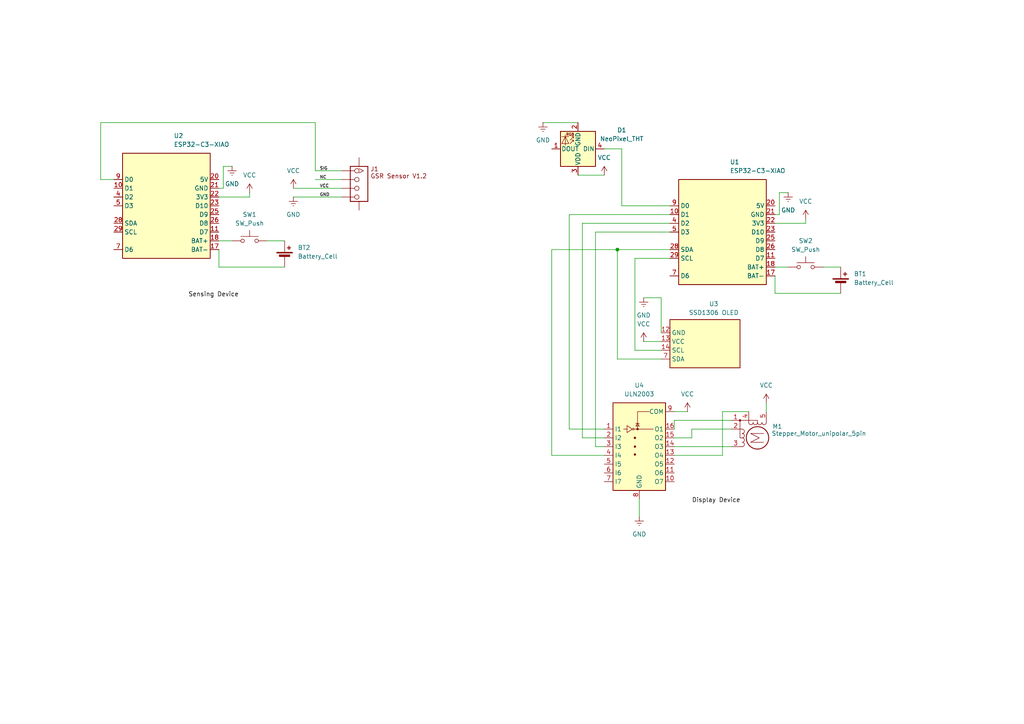
<source format=kicad_sch>
(kicad_sch (version 20250114) (generator "eeschema") (generator_version "9.0")
  (paper "A4")
  (lib_symbols
    (symbol "ADXL343_1"
      (property "Reference" "U3" (at 15.24 6.4202 0))
      (property "Value" "SSD1306 OLED" (at 15.24 3.8802 0))
      (symbol "ADXL343_1_0_1"
        (rectangle (start -10.16 6.35) (end 10.16 -7.62) (stroke (width 0.254)) (fill (type background)))
      )
      (symbol "ADXL343_1_1_1"
        (pin bidirectional line (at -12.7 2.54 0) (length 2.54) (name "GND") (number "12"))
        (pin bidirectional line (at -12.7 0 0) (length 2.54) (name "VCC") (number "13"))
        (pin input line (at -12.7 -2.54 0) (length 2.54) (name "SCL") (number "14"))
        (pin input line (at -12.7 -5.08 0) (length 2.54) (name "SDA") (number "7"))
        (pin no_connect line (at -5.08 -10.16 90) (length 2.54) (hide yes) (name "NC") (number "10"))
        (pin passive line (at 0 -10.16 90) (length 2.54) (hide yes) (name "GND") (number "4"))
        (pin passive line (at 0 -10.16 90) (length 2.54) (hide yes) (name "GND") (number "5"))
      )
    )
    (symbol "Device:Battery_Cell" (pin_numbers (hide yes)) (pin_names (offset 0) (hide yes))
      (property "Reference" "BT" (at 2.54 2.54 0))
      (property "Value" "Battery_Cell" (at 2.54 0 0))
      (symbol "Battery_Cell_0_1"
        (rectangle (start -2.286 1.778) (end 2.286 1.524) (fill (type outline)))
        (rectangle (start -1.524 1.016) (end 1.524 0.508) (fill (type outline)))
        (polyline (pts (xy 0 1.778) (xy 0 2.54)))
        (polyline (pts (xy 0 0.762) (xy 0 0)))
        (polyline (pts (xy 0.762 3.048) (xy 1.778 3.048)) (stroke (width 0.254)))
        (polyline (pts (xy 1.27 3.556) (xy 1.27 2.54)) (stroke (width 0.254)))
      )
      (symbol "Battery_Cell_1_1"
        (pin passive line (at 0 5.08 270) (length 2.54) (name "+") (number "1"))
        (pin passive line (at 0 -2.54 90) (length 2.54) (name "-") (number "2"))
      )
    )
    (symbol "Grove - GSR v1.2-eagle-import:TWIG-4P-2.0-SMD-FEMALE-REINFORCE'DD'"
      (symbol "TWIG-4P-2.0-SMD-FEMALE-REINFORCE'DD'_1_0"
        (polyline (pts (xy -2.54 5.08) (xy 2.54 5.08)) (stroke (width 0.254)))
        (polyline (pts (xy -2.54 -5.08) (xy -2.54 5.08)) (stroke (width 0.254)))
        (polyline (pts (xy 2.54 5.08) (xy 2.54 -5.08)) (stroke (width 0.254)))
        (polyline (pts (xy 2.54 -5.08) (xy -2.54 -5.08)) (stroke (width 0.254)))
        (pin bidirectional inverted_clock (at -5.08 3.81 0) (length 5.08) (name "1") (number "1"))
        (pin bidirectional inverted (at -5.08 1.27 0) (length 5.08) (name "2") (number "2"))
        (pin bidirectional inverted (at -5.08 -1.27 0) (length 5.08) (name "3") (number "3"))
        (pin bidirectional inverted (at -5.08 -3.81 0) (length 5.08) (name "4") (number "4"))
        (pin bidirectional line (at 0 7.62 270) (length 2.54) (name "SS1") (number "SS1"))
        (pin bidirectional line (at 0 -7.62 90) (length 2.54) (name "SS2") (number "SS2"))
      )
      (symbol "TWIG-4P-2.0-SMD-FEMALE-REINFORCE'DD'_1_1"
        (text "J1\nGSR Sensor V1.2" (at 3.302 3.302 0) (effects (font (size 1.27 1.27)) (justify left)))
      )
    )
    (symbol "LED:NeoPixel_THT" (pin_names (offset 0.254))
      (property "Reference" "D" (at 5.08 5.715 0))
      (property "Value" "NeoPixel_THT" (at 1.27 -5.715 0))
      (symbol "NeoPixel_THT_0_0"
        (text "RGB" (at 2.286 -4.191 0) (effects (font (size 0.762 0.762))))
      )
      (symbol "NeoPixel_THT_0_1"
        (polyline (pts (xy 1.27 -2.54) (xy 1.778 -2.54)))
        (polyline (pts (xy 1.27 -3.556) (xy 1.778 -3.556)))
        (polyline (pts (xy 2.286 -1.524) (xy 1.27 -2.54) (xy 1.27 -2.032)))
        (polyline (pts (xy 2.286 -2.54) (xy 1.27 -3.556) (xy 1.27 -3.048)))
        (polyline (pts (xy 3.683 -1.016) (xy 3.683 -3.556) (xy 3.683 -4.064)))
        (polyline (pts (xy 4.699 -1.524) (xy 2.667 -1.524) (xy 3.683 -3.556) (xy 4.699 -1.524)))
        (polyline (pts (xy 4.699 -3.556) (xy 2.667 -3.556)))
        (rectangle (start 5.08 5.08) (end -5.08 -5.08) (stroke (width 0.254)) (fill (type background)))
      )
      (symbol "NeoPixel_THT_1_1"
        (pin input line (at -7.62 0 0) (length 2.54) (name "DIN") (number "4"))
        (pin power_in line (at 0 7.62 270) (length 2.54) (name "VDD") (number "3"))
        (pin power_in line (at 0 -7.62 90) (length 2.54) (name "GND") (number "2"))
        (pin output line (at 7.62 0 180) (length 2.54) (name "DOUT") (number "1"))
      )
    )
    (symbol "Motor:Stepper_Motor_unipolar_5pin" (pin_names (offset 0) (hide yes))
      (property "Reference" "M1" (at 6.858 7.112 0))
      (property "Value" "Stepper_Motor_unipolar_5pin" (at 6.604 5.08 0))
      (symbol "Stepper_Motor_unipolar_5pin_0_0"
        (polyline (pts (xy 4.318 5.08) (xy 0.508 5.08) (xy 3.048 3.81) (xy 0.508 2.54) (xy 4.318 2.54)))
      )
      (symbol "Stepper_Motor_unipolar_5pin_0_1"
        (circle (center -2.54 8.89) (radius 0.0001) (fill (type outline)))
        (circle (center -2.54 8.89) (radius 0.254) (fill (type outline)))
        (polyline (pts (xy -2.54 8.89) (xy 2.54 8.89) (xy 2.54 8.255)))
        (arc (start -1.905 6.35) (mid -1.2727 5.715) (end -1.905 5.08))
        (arc (start -1.905 5.08) (mid -1.2727 4.445) (end -1.905 3.81))
        (arc (start -1.905 3.81) (mid -1.2727 3.175) (end -1.905 2.54))
        (arc (start -1.905 2.54) (mid -1.2727 1.905) (end -1.905 1.27))
        (polyline (pts (xy -1.905 6.35) (xy -2.54 6.35)))
        (polyline (pts (xy -1.905 3.81) (xy -2.54 3.81) (xy -2.54 8.89)))
        (polyline (pts (xy -1.905 1.27) (xy -2.54 1.27)))
        (polyline (pts (xy 0 8.89) (xy 0 8.255)))
        (arc (start 1.27 8.255) (mid 0.635 7.6227) (end 0 8.255))
        (arc (start 2.54 8.255) (mid 1.905 7.6227) (end 1.27 8.255))
        (circle (center 2.54 3.81) (radius 3.2512) (stroke (width 0.254)))
        (arc (start 3.81 8.255) (mid 3.175 7.6227) (end 2.54 8.255))
        (arc (start 5.08 8.255) (mid 4.445 7.6227) (end 3.81 8.255))
        (polyline (pts (xy 5.08 8.89) (xy 5.08 8.255)))
      )
      (symbol "Stepper_Motor_unipolar_5pin_1_1"
        (pin passive line (at -5.08 8.89 0) (length 2.54) (name "~") (number "1"))
        (pin passive line (at -5.08 6.35 0) (length 2.54) (name "~") (number "2"))
        (pin passive line (at -5.08 1.27 0) (length 2.54) (name "-") (number "3"))
        (pin passive line (at 0 11.43 270) (length 2.54) (name "~") (number "4"))
        (pin passive line (at 5.08 11.43 270) (length 2.54) (name "~") (number "5"))
      )
    )
    (symbol "RF_Module:ESP32-C3-DevKitM-1"
      (property "Reference" "U1" (at 2.1433 20.32 0))
      (property "Value" "ESP32-C3-XIAO" (at 2.1433 17.78 0))
      (symbol "ESP32-C3-DevKitM-1_1_1"
        (rectangle (start -12.7 15.24) (end 12.7 -15.24) (stroke (width 0.254)) (fill (type background)))
        (pin bidirectional line (at -15.24 7.62 0) (length 2.54) (name "D0") (number "9"))
        (pin bidirectional line (at -15.24 5.08 0) (length 2.54) (name "D1") (number "10"))
        (pin bidirectional line (at -15.24 2.54 0) (length 2.54) (name "D2") (number "4"))
        (pin bidirectional line (at -15.24 0 0) (length 2.54) (name "D3") (number "5"))
        (pin bidirectional line (at -15.24 -5.08 0) (length 2.54) (name "SDA") (number "28"))
        (pin bidirectional line (at -15.24 -7.62 0) (length 2.54) (name "SCL") (number "29"))
        (pin input line (at -15.24 -12.7 0) (length 2.54) (name "D6") (number "7"))
        (pin passive line (at 0 17.78 270) (length 2.54) (hide yes) (name "5V") (number "14"))
        (pin passive line (at 0 -17.78 90) (length 2.54) (hide yes) (name "GND") (number "12"))
        (pin passive line (at 0 -17.78 90) (length 2.54) (hide yes) (name "GND") (number "15"))
        (pin passive line (at 0 -17.78 90) (length 2.54) (hide yes) (name "GND") (number "16"))
        (pin passive line (at 0 -17.78 90) (length 2.54) (hide yes) (name "GND") (number "19"))
        (pin passive line (at 0 -17.78 90) (length 2.54) (hide yes) (name "GND") (number "24"))
        (pin passive line (at 0 -17.78 90) (length 2.54) (hide yes) (name "GND") (number "27"))
        (pin passive line (at 0 -17.78 90) (length 2.54) (hide yes) (name "GND") (number "30"))
        (pin passive line (at 0 -17.78 90) (length 2.54) (hide yes) (name "GND") (number "6"))
        (pin passive line (at 0 -17.78 90) (length 2.54) (hide yes) (name "GND") (number "8"))
        (pin passive line (at 15.24 12.7 180) (length 2.54) (hide yes) (name "3V3") (number "3"))
        (pin bidirectional line (at 15.24 7.62 180) (length 2.54) (name "5V") (number "20"))
        (pin bidirectional line (at 15.24 5.08 180) (length 2.54) (name "GND") (number "21"))
        (pin bidirectional line (at 15.24 2.54 180) (length 2.54) (name "3V3") (number "22"))
        (pin bidirectional line (at 15.24 0 180) (length 2.54) (name "D10") (number "23"))
        (pin bidirectional line (at 15.24 -2.54 180) (length 2.54) (name "D9") (number "25"))
        (pin bidirectional line (at 15.24 -5.08 180) (length 2.54) (name "D8") (number "26"))
        (pin bidirectional line (at 15.24 -7.62 180) (length 2.54) (name "D7") (number "11"))
        (pin bidirectional line (at 15.24 -10.16 180) (length 2.54) (name "BAT+") (number "18"))
        (pin bidirectional line (at 15.24 -12.7 180) (length 2.54) (name "BAT-") (number "17"))
      )
    )
    (symbol "Switch:SW_Push" (pin_numbers (hide yes)) (pin_names (offset 1.016) (hide yes))
      (property "Reference" "SW" (at 1.27 2.54 0))
      (property "Value" "SW_Push" (at 0 -1.524 0))
      (symbol "SW_Push_0_1"
        (circle (center -2.032 0) (radius 0.508))
        (polyline (pts (xy 0 1.27) (xy 0 3.048)))
        (circle (center 2.032 0) (radius 0.508))
        (polyline (pts (xy 2.54 1.27) (xy -2.54 1.27)))
        (pin passive line (at -5.08 0 0) (length 2.54) (name "1") (number "1"))
        (pin passive line (at 5.08 0 180) (length 2.54) (name "2") (number "2"))
      )
    )
    (symbol "Transistor_Array:ULN2003"
      (property "Reference" "U" (at 0 15.875 0))
      (property "Value" "ULN2003" (at 0 13.97 0))
      (symbol "ULN2003_0_1"
        (rectangle (start -7.62 -12.7) (end 7.62 12.7) (stroke (width 0.254)) (fill (type background)))
        (polyline (pts (xy -4.572 5.08) (xy -3.556 5.08)))
        (polyline (pts (xy -3.556 6.096) (xy -3.556 4.064) (xy -2.032 5.08) (xy -3.556 6.096)))
        (circle (center -1.778 5.08) (radius 0.254))
        (polyline (pts (xy -1.524 5.08) (xy 4.064 5.08)))
        (circle (center -1.27 2.54) (radius 0.254) (fill (type outline)))
        (circle (center -1.27 0) (radius 0.254) (fill (type outline)))
        (circle (center -1.27 -2.286) (radius 0.254) (fill (type outline)))
        (circle (center -0.508 5.08) (radius 0.254) (fill (type outline)))
        (polyline (pts (xy -0.508 5.08) (xy -0.508 10.16) (xy 2.921 10.16)))
        (polyline (pts (xy 0 6.731) (xy -1.016 6.731)))
        (polyline (pts (xy 0 5.969) (xy -1.016 5.969) (xy -0.508 6.731) (xy 0 5.969)))
      )
      (symbol "ULN2003_1_1"
        (pin input line (at -10.16 5.08 0) (length 2.54) (name "I1") (number "1"))
        (pin input line (at -10.16 2.54 0) (length 2.54) (name "I2") (number "2"))
        (pin input line (at -10.16 0 0) (length 2.54) (name "I3") (number "3"))
        (pin input line (at -10.16 -2.54 0) (length 2.54) (name "I4") (number "4"))
        (pin input line (at -10.16 -5.08 0) (length 2.54) (name "I5") (number "5"))
        (pin input line (at -10.16 -7.62 0) (length 2.54) (name "I6") (number "6"))
        (pin input line (at -10.16 -10.16 0) (length 2.54) (name "I7") (number "7"))
        (pin power_in line (at 0 -15.24 90) (length 2.54) (name "GND") (number "8"))
        (pin passive line (at 10.16 10.16 180) (length 2.54) (name "COM") (number "9"))
        (pin open_collector line (at 10.16 5.08 180) (length 2.54) (name "O1") (number "16"))
        (pin open_collector line (at 10.16 2.54 180) (length 2.54) (name "O2") (number "15"))
        (pin open_collector line (at 10.16 0 180) (length 2.54) (name "O3") (number "14"))
        (pin open_collector line (at 10.16 -2.54 180) (length 2.54) (name "O4") (number "13"))
        (pin open_collector line (at 10.16 -5.08 180) (length 2.54) (name "O5") (number "12"))
        (pin open_collector line (at 10.16 -7.62 180) (length 2.54) (name "O6") (number "11"))
        (pin open_collector line (at 10.16 -10.16 180) (length 2.54) (name "O7") (number "10"))
      )
    )
    (symbol "power:GNDREF" (power) (pin_numbers (hide yes)) (pin_names (offset 0) (hide yes))
      (property "Value" "GNDREF" (at 0 -3.81 0))
      (symbol "GNDREF_0_1"
        (polyline (pts (xy -0.635 -1.905) (xy 0.635 -1.905)))
        (polyline (pts (xy -0.127 -2.54) (xy 0.127 -2.54)))
        (polyline (pts (xy 0 -1.27) (xy 0 0)))
        (polyline (pts (xy 1.27 -1.27) (xy -1.27 -1.27)))
      )
      (symbol "GNDREF_1_1"
        (pin power_in line (at 0 0 270) (length 0) (name "~") (number "1"))
      )
    )
    (symbol "power:VCC" (power) (pin_numbers (hide yes)) (pin_names (offset 0) (hide yes))
      (property "Value" "VCC" (at 0 3.556 0))
      (symbol "VCC_0_1"
        (polyline (pts (xy -0.762 1.27) (xy 0 2.54)))
        (polyline (pts (xy 0 2.54) (xy 0.762 1.27)))
        (polyline (pts (xy 0 0) (xy 0 2.54)))
      )
      (symbol "VCC_1_1"
        (pin power_in line (at 0 0 90) (length 0) (name "~") (number "1"))
      )
    )
  )
  (junction (at 179.07 72.39))
  (wire (pts (xy 157.48 35.56) (xy 167.64 35.56)))
  (wire (pts (xy 185.42 144.78) (xy 185.42 149.86)))
  (wire (pts (xy 91.44 49.53) (xy 92.71 49.53)))
  (wire (pts (xy 224.79 77.47) (xy 228.6 77.47)))
  (wire (pts (xy 63.5 77.47) (xy 63.5 72.39)))
  (wire (pts (xy 186.69 86.36) (xy 191.77 86.36)))
  (wire (pts (xy 167.64 50.8) (xy 175.26 50.8)))
  (wire (pts (xy 200.66 127) (xy 195.58 127)))
  (wire (pts (xy 64.77 48.26) (xy 67.31 48.26)))
  (wire (pts (xy 179.07 72.39) (xy 179.07 104.14)))
  (wire (pts (xy 238.76 77.47) (xy 243.84 77.47)))
  (wire (pts (xy 180.34 43.18) (xy 180.34 59.69)))
  (wire (pts (xy 180.34 59.69) (xy 194.31 59.69)))
  (wire (pts (xy 175.26 43.18) (xy 180.34 43.18)))
  (wire (pts (xy 224.79 85.09) (xy 224.79 80.01)))
  (wire (pts (xy 160.02 72.39) (xy 160.02 132.08)))
  (wire (pts (xy 226.06 55.88) (xy 228.6 55.88)))
  (wire (pts (xy 209.55 132.08) (xy 209.55 119.38)))
  (wire (pts (xy 191.77 86.36) (xy 191.77 96.52)))
  (wire (pts (xy 82.55 77.47) (xy 63.5 77.47)))
  (wire (pts (xy 222.25 116.84) (xy 222.25 119.38)))
  (wire (pts (xy 172.72 129.54) (xy 172.72 67.31)))
  (wire (pts (xy 160.02 132.08) (xy 175.26 132.08)))
  (wire (pts (xy 224.79 64.77) (xy 233.68 64.77)))
  (wire (pts (xy 194.31 72.39) (xy 179.07 72.39)))
  (wire (pts (xy 165.1 62.23) (xy 165.1 124.46)))
  (wire (pts (xy 85.09 54.61) (xy 99.06 54.61)) (stroke (width 0.1524)))
  (wire (pts (xy 91.44 35.56) (xy 91.44 49.53)))
  (wire (pts (xy 63.5 57.15) (xy 72.39 57.15)))
  (wire (pts (xy 179.07 104.14) (xy 191.77 104.14)))
  (wire (pts (xy 29.21 35.56) (xy 29.21 52.07)))
  (wire (pts (xy 99.06 52.07) (xy 91.44 52.07)) (stroke (width 0.1524)))
  (wire (pts (xy 195.58 121.92) (xy 195.58 124.46)))
  (wire (pts (xy 184.15 74.93) (xy 194.31 74.93)))
  (wire (pts (xy 195.58 132.08) (xy 209.55 132.08)))
  (wire (pts (xy 233.68 64.77) (xy 233.68 63.5)))
  (wire (pts (xy 184.15 74.93) (xy 184.15 101.6)))
  (wire (pts (xy 195.58 119.38) (xy 199.39 119.38)))
  (wire (pts (xy 194.31 64.77) (xy 168.91 64.77)))
  (wire (pts (xy 179.07 72.39) (xy 160.02 72.39)))
  (wire (pts (xy 168.91 127) (xy 175.26 127)))
  (wire (pts (xy 194.31 62.23) (xy 165.1 62.23)))
  (wire (pts (xy 64.77 54.61) (xy 64.77 48.26)))
  (wire (pts (xy 29.21 35.56) (xy 91.44 35.56)))
  (wire (pts (xy 200.66 124.46) (xy 200.66 127)))
  (wire (pts (xy 63.5 54.61) (xy 64.77 54.61)))
  (wire (pts (xy 172.72 67.31) (xy 194.31 67.31)))
  (wire (pts (xy 212.09 124.46) (xy 200.66 124.46)))
  (wire (pts (xy 85.09 57.15) (xy 99.06 57.15)) (stroke (width 0.1524)))
  (wire (pts (xy 77.47 69.85) (xy 82.55 69.85)))
  (wire (pts (xy 209.55 119.38) (xy 217.17 119.38)))
  (wire (pts (xy 243.84 85.09) (xy 224.79 85.09)))
  (wire (pts (xy 168.91 64.77) (xy 168.91 127)))
  (wire (pts (xy 224.79 62.23) (xy 226.06 62.23)))
  (wire (pts (xy 165.1 124.46) (xy 175.26 124.46)))
  (wire (pts (xy 226.06 62.23) (xy 226.06 55.88)))
  (wire (pts (xy 184.15 101.6) (xy 191.77 101.6)))
  (wire (pts (xy 212.09 121.92) (xy 195.58 121.92)))
  (wire (pts (xy 63.5 69.85) (xy 67.31 69.85)))
  (wire (pts (xy 186.69 99.06) (xy 191.77 99.06)))
  (wire (pts (xy 92.71 49.53) (xy 99.06 49.53)) (stroke (width 0.1524)))
  (wire (pts (xy 175.26 129.54) (xy 172.72 129.54)))
  (wire (pts (xy 29.21 52.07) (xy 33.02 52.07)))
  (wire (pts (xy 72.39 57.15) (xy 72.39 55.88)))
  (wire (pts (xy 195.58 129.54) (xy 212.09 129.54)))
  (label "Sensing Device" (at 54.61 86.36 0))
  (label "Display Device" (at 200.66 146.05 0))
  (label "NC" (at 92.71 52.07 0) (effects (font (size 0.889 0.889))))
  (label "VCC" (at 92.71 54.61 0) (effects (font (size 0.889 0.889))))
  (label "SIG" (at 92.71 49.53 0) (effects (font (size 0.889 0.889))))
  (label "GND" (at 92.71 57.15 0) (effects (font (size 0.889 0.889))))
  (symbol (lib_id "Motor:Stepper_Motor_unipolar_5pin") (at 217.17 130.81 0) (unit 1)
    (property "Reference" "M1" (at 224.028 123.698 0) (effects (justify left)))
    (property "Value" "Stepper_Motor_unipolar_5pin" (at 223.774 125.73 0) (effects (justify left)))
    (property "Datasheet" "http://www.infineon.com/dgdl/Application-Note-TLE8110EE_driving_UniPolarStepperMotor_V1.1.pdf?fileId=db3a30431be39b97011be5d0aa0a00b0" (effects (hide yes)))
    (property "Description" "5-wire unipolar stepper motor" (effects (hide yes)))
  )
  (symbol (lib_id "power:GNDREF") (at 185.42 149.86 0) (unit 1)
    (property "Reference" "#PWR011" (effects (hide yes)))
    (property "Value" "GND" (at 185.42 154.94 0))
    (property "Description" "Power symbol creates a global label with name \"GNDREF\" , reference supply ground" (effects (hide yes)))
  )
  (symbol (lib_id "power:GNDREF") (at 85.09 57.15 0) (unit 1)
    (property "Reference" "#PWR08" (effects (hide yes)))
    (property "Value" "GND" (at 85.09 62.23 0))
    (property "Description" "Power symbol creates a global label with name \"GNDREF\" , reference supply ground" (effects (hide yes)))
  )
  (symbol (lib_id "power:VCC") (at 233.68 63.5 0) (unit 1)
    (property "Reference" "#PWR03" (effects (hide yes)))
    (property "Value" "VCC" (at 233.68 58.42 0))
    (property "Description" "Power symbol creates a global label with name \"VCC\"" (effects (hide yes)))
  )
  (symbol (lib_id "power:VCC") (at 199.39 119.38 0) (unit 1)
    (property "Reference" "#PWR012" (effects (hide yes)))
    (property "Value" "VCC" (at 199.39 114.3 0))
    (property "Description" "Power symbol creates a global label with name \"VCC\"" (effects (hide yes)))
  )
  (symbol (lib_id "power:GNDREF") (at 186.69 86.36 0) (unit 1)
    (property "Reference" "#PWR09" (effects (hide yes)))
    (property "Value" "GND" (at 186.69 91.44 0))
    (property "Description" "Power symbol creates a global label with name \"GNDREF\" , reference supply ground" (effects (hide yes)))
  )
  (symbol (lib_id "Device:Battery_Cell") (at 243.84 82.55 0) (unit 1)
    (property "Reference" "BT1" (at 247.65 79.4384 0) (effects (justify left)))
    (property "Value" "Battery_Cell" (at 247.65 81.9784 0) (effects (justify left)))
    (property "Description" "Single-cell battery" (effects (hide yes)))
  )
  (symbol (lib_id "Grove - GSR v1.2-eagle-import:TWIG-4P-2.0-SMD-FEMALE-REINFORCE'DD'") (at 104.14 53.34 0) (unit 1)
    (property "Reference" "J1" (effects (hide yes)))
    (property "Value" "SMD Grove" (effects (hide yes)))
    (property "Footprint" "Grove - GSR v1.2:4P-SMD-2.0" (effects (hide yes)))
  )
  (symbol (lib_id "Switch:SW_Push") (at 233.68 77.47 0) (unit 1)
    (property "Reference" "SW2" (at 233.68 69.85 0))
    (property "Value" "SW_Push" (at 233.68 72.39 0))
    (property "Description" "Push button switch, generic, two pins" (effects (hide yes)))
  )
  (symbol (lib_id "LED:NeoPixel_THT") (at 167.64 43.18 180) (unit 1)
    (property "Reference" "D1" (at 180.34 37.7346 0))
    (property "Value" "NeoPixel_THT" (at 180.34 40.2746 0))
    (property "Datasheet" "https://www.adafruit.com/product/1938" (effects (hide yes)))
    (property "Description" "RGB LED with integrated controller, 5mm/8mm LED package" (effects (hide yes)))
  )
  (symbol (lib_id "power:GNDREF") (at 67.31 48.26 0) (unit 1)
    (property "Reference" "#PWR01" (effects (hide yes)))
    (property "Value" "GND" (at 67.31 53.34 0))
    (property "Description" "Power symbol creates a global label with name \"GNDREF\" , reference supply ground" (effects (hide yes)))
  )
  (symbol (lib_id "Switch:SW_Push") (at 72.39 69.85 0) (unit 1)
    (property "Reference" "SW1" (at 72.39 62.23 0))
    (property "Value" "SW_Push" (at 72.39 64.77 0))
    (property "Description" "Push button switch, generic, two pins" (effects (hide yes)))
  )
  (symbol (lib_id "power:VCC") (at 175.26 50.8 0) (unit 1)
    (property "Reference" "#PWR04" (effects (hide yes)))
    (property "Value" "VCC" (at 175.26 45.72 0))
    (property "Description" "Power symbol creates a global label with name \"VCC\"" (effects (hide yes)))
  )
  (symbol (lib_id "power:VCC") (at 186.69 99.06 0) (unit 1)
    (property "Reference" "#PWR06" (effects (hide yes)))
    (property "Value" "VCC" (at 186.69 93.98 0))
    (property "Description" "Power symbol creates a global label with name \"VCC\"" (effects (hide yes)))
  )
  (symbol (lib_id "RF_Module:ESP32-C3-DevKitM-1") (at 48.26 59.69 0) (unit 1)
    (property "Reference" "U2" (at 50.4033 39.37 0) (effects (justify left)))
    (property "Value" "ESP32-C3-XIAO" (at 50.4033 41.91 0) (effects (justify left)))
    (property "Footprint" "RF_Module:ESP32-C3-DevKitM-1" (effects (hide yes)))
    (property "Datasheet" "https://docs.espressif.com/projects/esp-idf/en/latest/esp32c3/hw-reference/esp32c3/user-guide-devkitm-1.html" (effects (hide yes)))
    (property "Description" "Development board featuring ESP32-C3-MINI-1 module" (effects (hide yes)))
  )
  (symbol (lib_id "RF_Module:ESP32-C3-DevKitM-1") (at 209.55 67.31 0) (unit 1)
    (property "Reference" "U1" (at 211.6933 46.99 0) (effects (justify left)))
    (property "Value" "ESP32-C3-XIAO" (at 211.6933 49.53 0) (effects (justify left)))
    (property "Footprint" "RF_Module:ESP32-C3-DevKitM-1" (effects (hide yes)))
    (property "Datasheet" "https://docs.espressif.com/projects/esp-idf/en/latest/esp32c3/hw-reference/esp32c3/user-guide-devkitm-1.html" (effects (hide yes)))
    (property "Description" "Development board featuring ESP32-C3-MINI-1 module" (effects (hide yes)))
  )
  (symbol (lib_id "power:VCC") (at 85.09 54.61 0) (unit 1)
    (property "Reference" "#PWR05" (effects (hide yes)))
    (property "Value" "VCC" (at 85.09 49.53 0))
    (property "Description" "Power symbol creates a global label with name \"VCC\"" (effects (hide yes)))
  )
  (symbol (lib_name "ADXL343_1") (lib_id "Sensor_Motion:ADXL343") (at 204.47 99.06 0) (unit 1)
    (property "Reference" "U3" (at 207.01 88.138 0))
    (property "Value" "SSD1306 OLED" (at 207.01 90.678 0))
    (property "Footprint" "Package_LGA:LGA-14_3x5mm_P0.8mm_LayoutBorder1x6y" (effects (hide yes)))
    (property "Datasheet" "https://www.analog.com/media/en/technical-documentation/data-sheets/ADXL343.pdf" (effects (hide yes)))
    (property "Description" "3-Axis MEMS Accelerometer, 2/4/8/16g range, I2C/SPI, LGA-14" (effects (hide yes)))
  )
  (symbol (lib_id "Transistor_Array:ULN2003") (at 185.42 129.54 0) (unit 1)
    (property "Reference" "U4" (at 185.42 111.76 0))
    (property "Value" "ULN2003" (at 185.42 114.3 0))
    (property "Datasheet" "http://www.ti.com/lit/ds/symlink/uln2003a.pdf" (effects (hide yes)))
    (property "Description" "High Voltage, High Current Darlington Transistor Arrays, SOIC16/SOIC16W/DIP16/TSSOP16" (effects (hide yes)))
  )
  (symbol (lib_id "power:VCC") (at 222.25 116.84 0) (unit 1)
    (property "Reference" "#PWR013" (effects (hide yes)))
    (property "Value" "VCC" (at 222.25 111.76 0))
    (property "Description" "Power symbol creates a global label with name \"VCC\"" (effects (hide yes)))
  )
  (symbol (lib_id "power:GNDREF") (at 157.48 35.56 0) (unit 1)
    (property "Reference" "#PWR07" (effects (hide yes)))
    (property "Value" "GND" (at 157.48 40.64 0))
    (property "Description" "Power symbol creates a global label with name \"GNDREF\" , reference supply ground" (effects (hide yes)))
  )
  (symbol (lib_id "power:GNDREF") (at 228.6 55.88 0) (unit 1)
    (property "Reference" "#PWR010" (effects (hide yes)))
    (property "Value" "GND" (at 228.6 60.96 0))
    (property "Description" "Power symbol creates a global label with name \"GNDREF\" , reference supply ground" (effects (hide yes)))
  )
  (symbol (lib_id "Device:Battery_Cell") (at 82.55 74.93 0) (unit 1)
    (property "Reference" "BT2" (at 86.36 71.8184 0) (effects (justify left)))
    (property "Value" "Battery_Cell" (at 86.36 74.3584 0) (effects (justify left)))
    (property "Description" "Single-cell battery" (effects (hide yes)))
  )
  (symbol (lib_id "power:VCC") (at 72.39 55.88 0) (unit 1)
    (property "Reference" "#PWR02" (effects (hide yes)))
    (property "Value" "VCC" (at 72.39 50.8 0))
    (property "Description" "Power symbol creates a global label with name \"VCC\"" (effects (hide yes)))
  )
)
</source>
